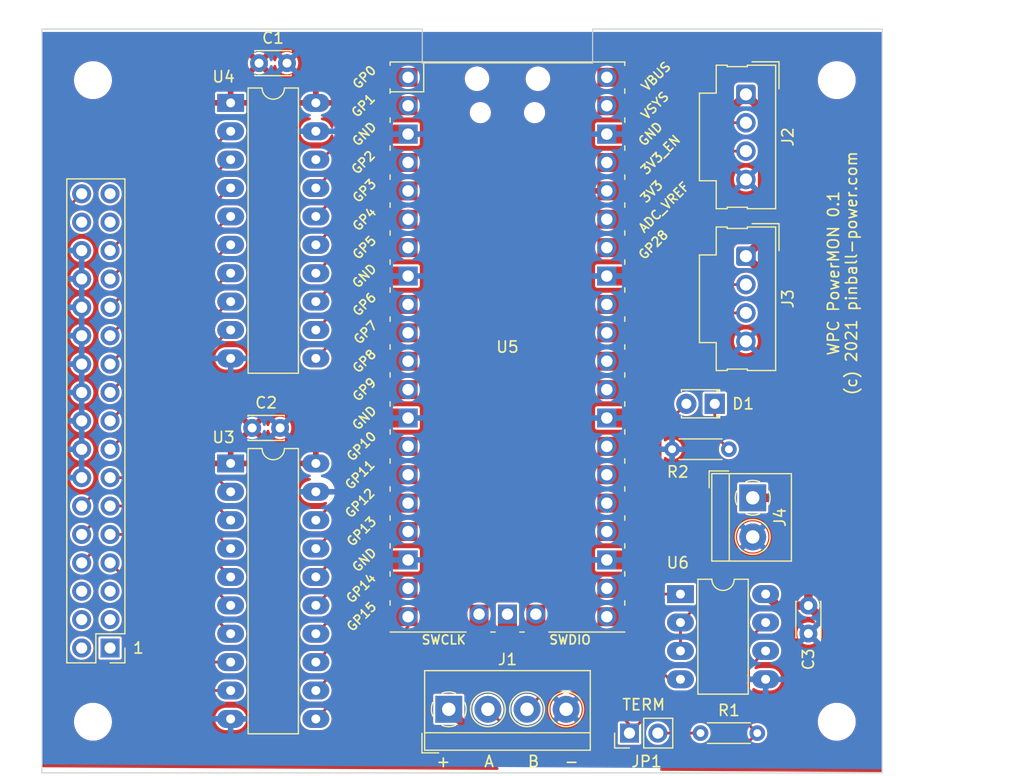
<source format=kicad_pcb>
(kicad_pcb (version 20211014) (generator pcbnew)
  (layers (0 "F.Cu" signal) (31 "B.Cu" signal) (34 "B.Paste" user) (35 "F.Paste" user) (36 "B.SilkS" user "B.Silkscreen") (37 "F.SilkS" user "F.Silkscreen") (38 "B.Mask" user) (39 "F.Mask" user) (44 "Edge.Cuts" user))
  (net 0 "")
  (net 1 "+3V3")
  (net 2 "GND")
  (net 3 "Net-(D1-Pad1)")
  (net 10 "Net-(J1001-Pad10)")
  (net 11 "Net-(J1001-Pad15)")
  (net 12 "Net-(JP1-Pad2)")
  (net 13 "Net-(U5-Pad24)")
  (net 14 "Net-(J1001-Pad7)")
  (net 15 "Net-(J1001-Pad8)")
  (net 16 "Net-(J1001-Pad9)")
  (net 17 "Net-(J1001-Pad11)")
  (net 18 "Net-(J1001-Pad12)")
  (net 19 "Net-(J1001-Pad13)")
  (net 20 "Net-(J1001-Pad34)")
  (net 21 "Net-(J1001-Pad17)")
  (net 22 "Net-(J1001-Pad19)")
  (net 23 "Net-(J1001-Pad21)")
  (net 24 "Net-(J1001-Pad23)")
  (net 25 "Net-(J1001-Pad25)")
  (net 26 "Net-(J1001-Pad27)")
  (net 27 "Net-(J1001-Pad29)")
  (net 31 "/{slash}ZEROCROSS")
  (net 32 "/{slash}LAMP ROW")
  (net 33 "/{slash}LAMP COL")
  (net 34 "/{slash}SOL2")
  (net 35 "/{slash}SOL4")
  (net 36 "/{slash}SOL3")
  (net 37 "/{slash}SOL1")
  (net 38 "/{slash}TRIACS")
  (net 39 "/D7")
  (net 40 "/D6")
  (net 41 "/D5")
  (net 42 "/D4")
  (net 43 "/D3")
  (net 44 "/D2")
  (net 45 "/D1")
  (net 46 "/D0")
  (net 47 "Net-(U5-Pad22)")
  (net 48 "Net-(U5-Pad21)")
  (net 54 "+5V")
  (net 59 "Net-(D1-Pad2)")
  (net 60 "Net-(J2-Pad2)")
  (net 61 "Net-(J2-Pad3)")
  (net 62 "Net-(J3-Pad2)")
  (net 63 "Net-(J3-Pad3)")
  (net 64 "Net-(R1-Pad1)")
  (net 65 "Net-(JP1-Pad1)")
  (footprint "Package_DIP:DIP-8_W7.62mm_LongPads" (layer "F.Cu") (at 137.399 112.024)
    (fp_text reference "U6" (at -0.239 -2.804) (layer "F.SilkS"))
    (fp_text value "MAX485E")
    (pad "1" thru_hole rect locked (at 0 0) (size 2.4 1.6) (drill 0.8) (layers *.Cu *.Mask) (net 47 "Net-(U5-Pad22)"))
    (pad "2" thru_hole oval locked (at 0 2.54) (size 2.4 1.6) (drill 0.8) (layers *.Cu *.Mask) (net 13 "Net-(U5-Pad24)"))
    (pad "3" thru_hole oval locked (at 0 5.08) (size 2.4 1.6) (drill 0.8) (layers *.Cu *.Mask) (net 13 "Net-(U5-Pad24)"))
    (pad "4" thru_hole oval locked (at 0 7.62) (size 2.4 1.6) (drill 0.8) (layers *.Cu *.Mask) (net 48 "Net-(U5-Pad21)"))
    (pad "5" thru_hole oval locked (at 7.62 7.62) (size 2.4 1.6) (drill 0.8) (layers *.Cu *.Mask) (net 2 "GND"))
    (pad "6" thru_hole oval locked (at 7.62 5.08) (size 2.4 1.6) (drill 0.8) (layers *.Cu *.Mask) (net 64 "Net-(R1-Pad1)"))
    (pad "7" thru_hole oval locked (at 7.62 2.54) (size 2.4 1.6) (drill 0.8) (layers *.Cu *.Mask) (net 65 "Net-(JP1-Pad1)"))
    (pad "8" thru_hole oval locked (at 7.62 0) (size 2.4 1.6) (drill 0.8) (layers *.Cu *.Mask) (net 54 "+5V"))
  )
  (footprint "Capacitor_THT:C_Disc_D3.0mm_W2.0mm_P2.50mm" (layer "F.Cu") (at 148.844 113.05 -90)
    (fp_text reference "C3" (at 4.806 0 90) (layer "F.SilkS"))
    (fp_text value "100n")
    (pad "1" thru_hole circle locked (at 0 0 270) (size 1.6 1.6) (drill 0.8) (layers *.Cu *.Mask) (net 54 "+5V"))
    (pad "2" thru_hole circle locked (at 2.5 0 270) (size 1.6 1.6) (drill 0.8) (layers *.Cu *.Mask) (net 2 "GND"))
  )
  (footprint "Connector_PinHeader_2.54mm:PinHeader_1x02_P2.54mm_Vertical" (layer "F.Cu") (at 132.837 124.46 90)
    (fp_text reference "JP1" (at -2.54 1.524) (layer "F.SilkS"))
    (fp_text value "Jumper")
    (pad "1" thru_hole rect locked (at 0 0 90) (size 1.7 1.7) (drill 1) (layers *.Cu *.Mask) (net 65 "Net-(JP1-Pad1)"))
    (pad "2" thru_hole oval locked (at 0 2.54 90) (size 1.7 1.7) (drill 1) (layers *.Cu *.Mask) (net 12 "Net-(JP1-Pad2)"))
  )
  (footprint "Package_DIP:DIP-20_W7.62mm_LongPads" (layer "F.Cu") (at 97.155 100.33)
    (fp_text reference "U3" (at -0.635 -2.33) (layer "F.SilkS"))
    (fp_text value "74HC245")
    (pad "1" thru_hole rect locked (at 0 0) (size 2.4 1.6) (drill 0.8) (layers *.Cu *.Mask) (net 1 "+3V3"))
    (pad "2" thru_hole oval locked (at 0 2.54) (size 2.4 1.6) (drill 0.8) (layers *.Cu *.Mask) (net 19 "Net-(J1001-Pad13)"))
    (pad "3" thru_hole oval locked (at 0 5.08) (size 2.4 1.6) (drill 0.8) (layers *.Cu *.Mask) (net 18 "Net-(J1001-Pad12)"))
    (pad "4" thru_hole oval locked (at 0 7.62) (size 2.4 1.6) (drill 0.8) (layers *.Cu *.Mask) (net 17 "Net-(J1001-Pad11)"))
    (pad "5" thru_hole oval locked (at 0 10.16) (size 2.4 1.6) (drill 0.8) (layers *.Cu *.Mask) (net 10 "Net-(J1001-Pad10)"))
    (pad "6" thru_hole oval locked (at 0 12.7) (size 2.4 1.6) (drill 0.8) (layers *.Cu *.Mask) (net 16 "Net-(J1001-Pad9)"))
    (pad "7" thru_hole oval locked (at 0 15.24) (size 2.4 1.6) (drill 0.8) (layers *.Cu *.Mask) (net 15 "Net-(J1001-Pad8)"))
    (pad "8" thru_hole oval locked (at 0 17.78) (size 2.4 1.6) (drill 0.8) (layers *.Cu *.Mask) (net 14 "Net-(J1001-Pad7)"))
    (pad "9" thru_hole oval locked (at 0 20.32) (size 2.4 1.6) (drill 0.8) (layers *.Cu *.Mask) (net 20 "Net-(J1001-Pad34)"))
    (pad "10" thru_hole oval locked (at 0 22.86) (size 2.4 1.6) (drill 0.8) (layers *.Cu *.Mask) (net 2 "GND"))
    (pad "11" thru_hole oval locked (at 7.62 22.86) (size 2.4 1.6) (drill 0.8) (layers *.Cu *.Mask) (net 31 "/{slash}ZEROCROSS"))
    (pad "12" thru_hole oval locked (at 7.62 20.32) (size 2.4 1.6) (drill 0.8) (layers *.Cu *.Mask) (net 32 "/{slash}LAMP ROW"))
    (pad "13" thru_hole oval locked (at 7.62 17.78) (size 2.4 1.6) (drill 0.8) (layers *.Cu *.Mask) (net 33 "/{slash}LAMP COL"))
    (pad "14" thru_hole oval locked (at 7.62 15.24) (size 2.4 1.6) (drill 0.8) (layers *.Cu *.Mask) (net 34 "/{slash}SOL2"))
    (pad "15" thru_hole oval locked (at 7.62 12.7) (size 2.4 1.6) (drill 0.8) (layers *.Cu *.Mask) (net 35 "/{slash}SOL4"))
    (pad "16" thru_hole oval locked (at 7.62 10.16) (size 2.4 1.6) (drill 0.8) (layers *.Cu *.Mask) (net 36 "/{slash}SOL3"))
    (pad "17" thru_hole oval locked (at 7.62 7.62) (size 2.4 1.6) (drill 0.8) (layers *.Cu *.Mask) (net 37 "/{slash}SOL1"))
    (pad "18" thru_hole oval locked (at 7.62 5.08) (size 2.4 1.6) (drill 0.8) (layers *.Cu *.Mask) (net 38 "/{slash}TRIACS"))
    (pad "19" thru_hole oval locked (at 7.62 2.54) (size 2.4 1.6) (drill 0.8) (layers *.Cu *.Mask) (net 2 "GND"))
    (pad "20" thru_hole oval locked (at 7.62 0) (size 2.4 1.6) (drill 0.8) (layers *.Cu *.Mask) (net 1 "+3V3"))
  )
  (footprint "MountingHole:MountingHole_3mm" (layer "F.Cu") (at 151.384 66.04)
    (fp_text reference "" (at 0 0) (layer "F.SilkS") (effects (font (size 1.27 1.27))))
    (fp_text value "MountingHole_3mm")
    (pad "" np_thru_hole circle locked (at 0 0) (size 2.999999 2.999999) (drill 2.999999) (layers F&B.Cu *.Mask))
  )
  (footprint "Capacitor_THT:C_Disc_D3.0mm_W2.0mm_P2.50mm" (layer "F.Cu") (at 99.695 64.516)
    (fp_text reference "C1" (at 1.25 -2.25) (layer "F.SilkS"))
    (fp_text value "100n")
    (pad "1" thru_hole circle locked (at 0 0) (size 1.6 1.6) (drill 0.8) (layers *.Cu *.Mask) (net 1 "+3V3"))
    (pad "2" thru_hole circle locked (at 2.5 0) (size 1.6 1.6) (drill 0.8) (layers *.Cu *.Mask) (net 2 "GND"))
  )
  (footprint "Package_DIP:DIP-20_W7.62mm_LongPads" (layer "F.Cu") (at 97.155 68.072)
    (fp_text reference "U4" (at -0.635 -2.33) (layer "F.SilkS"))
    (fp_text value "74HC245")
    (pad "1" thru_hole rect locked (at 0 0) (size 2.4 1.6) (drill 0.8) (layers *.Cu *.Mask) (net 1 "+3V3"))
    (pad "2" thru_hole oval locked (at 0 2.54) (size 2.4 1.6) (drill 0.8) (layers *.Cu *.Mask) (net 27 "Net-(J1001-Pad29)"))
    (pad "3" thru_hole oval locked (at 0 5.08) (size 2.4 1.6) (drill 0.8) (layers *.Cu *.Mask) (net 26 "Net-(J1001-Pad27)"))
    (pad "4" thru_hole oval locked (at 0 7.62) (size 2.4 1.6) (drill 0.8) (layers *.Cu *.Mask) (net 25 "Net-(J1001-Pad25)"))
    (pad "5" thru_hole oval locked (at 0 10.16) (size 2.4 1.6) (drill 0.8) (layers *.Cu *.Mask) (net 24 "Net-(J1001-Pad23)"))
    (pad "6" thru_hole oval locked (at 0 12.7) (size 2.4 1.6) (drill 0.8) (layers *.Cu *.Mask) (net 23 "Net-(J1001-Pad21)"))
    (pad "7" thru_hole oval locked (at 0 15.24) (size 2.4 1.6) (drill 0.8) (layers *.Cu *.Mask) (net 22 "Net-(J1001-Pad19)"))
    (pad "8" thru_hole oval locked (at 0 17.78) (size 2.4 1.6) (drill 0.8) (layers *.Cu *.Mask) (net 21 "Net-(J1001-Pad17)"))
    (pad "9" thru_hole oval locked (at 0 20.32) (size 2.4 1.6) (drill 0.8) (layers *.Cu *.Mask) (net 11 "Net-(J1001-Pad15)"))
    (pad "10" thru_hole oval locked (at 0 22.86) (size 2.4 1.6) (drill 0.8) (layers *.Cu *.Mask) (net 2 "GND"))
    (pad "11" thru_hole oval locked (at 7.62 22.86) (size 2.4 1.6) (drill 0.8) (layers *.Cu *.Mask) (net 39 "/D7"))
    (pad "12" thru_hole oval locked (at 7.62 20.32) (size 2.4 1.6) (drill 0.8) (layers *.Cu *.Mask) (net 40 "/D6"))
    (pad "13" thru_hole oval locked (at 7.62 17.78) (size 2.4 1.6) (drill 0.8) (layers *.Cu *.Mask) (net 41 "/D5"))
    (pad "14" thru_hole oval locked (at 7.62 15.24) (size 2.4 1.6) (drill 0.8) (layers *.Cu *.Mask) (net 42 "/D4"))
    (pad "15" thru_hole oval locked (at 7.62 12.7) (size 2.4 1.6) (drill 0.8) (layers *.Cu *.Mask) (net 43 "/D3"))
    (pad "16" thru_hole oval locked (at 7.62 10.16) (size 2.4 1.6) (drill 0.8) (layers *.Cu *.Mask) (net 44 "/D2"))
    (pad "17" thru_hole oval locked (at 7.62 7.62) (size 2.4 1.6) (drill 0.8) (layers *.Cu *.Mask) (net 45 "/D1"))
    (pad "18" thru_hole oval locked (at 7.62 5.08) (size 2.4 1.6) (drill 0.8) (layers *.Cu *.Mask) (net 46 "/D0"))
    (pad "19" thru_hole oval locked (at 7.62 2.54) (size 2.4 1.6) (drill 0.8) (layers *.Cu *.Mask) (net 2 "GND"))
    (pad "20" thru_hole oval locked (at 7.62 0) (size 2.4 1.6) (drill 0.8) (layers *.Cu *.Mask) (net 1 "+3V3"))
  )
  (footprint "Connector_PinHeader_2.54mm:PinHeader_2x17_P2.54mm_Vertical" (layer "F.Cu") (at 86.365 116.845 180)
    (fp_text reference "J1001" hide)
    (fp_text value "Conn_02x17_Odd_Even")
    (pad "1" thru_hole rect locked (at 0 0 180) (size 1.7 1.7) (drill 1) (layers *.Cu *.Mask))
    (pad "2" thru_hole oval locked (at 2.54 0 180) (size 1.7 1.7) (drill 1) (layers *.Cu *.Mask))
    (pad "3" thru_hole oval locked (at 0 2.54 180) (size 1.7 1.7) (drill 1) (layers *.Cu *.Mask))
    (pad "4" thru_hole oval locked (at 2.54 2.54 180) (size 1.7 1.7) (drill 1) (layers *.Cu *.Mask))
    (pad "5" thru_hole oval locked (at 0 5.08 180) (size 1.7 1.7) (drill 1) (layers *.Cu *.Mask))
    (pad "6" thru_hole oval locked (at 2.54 5.08 180) (size 1.7 1.7) (drill 1) (layers *.Cu *.Mask))
    (pad "7" thru_hole oval locked (at 0 7.62 180) (size 1.7 1.7) (drill 1) (layers *.Cu *.Mask) (net 14 "Net-(J1001-Pad7)"))
    (pad "8" thru_hole oval locked (at 2.54 7.62 180) (size 1.7 1.7) (drill 1) (layers *.Cu *.Mask) (net 15 "Net-(J1001-Pad8)"))
    (pad "9" thru_hole oval locked (at 0 10.16 180) (size 1.7 1.7) (drill 1) (layers *.Cu *.Mask) (net 16 "Net-(J1001-Pad9)"))
    (pad "10" thru_hole oval locked (at 2.54 10.16 180) (size 1.7 1.7) (drill 1) (layers *.Cu *.Mask) (net 10 "Net-(J1001-Pad10)"))
    (pad "11" thru_hole oval locked (at 0 12.7 180) (size 1.7 1.7) (drill 1) (layers *.Cu *.Mask) (net 17 "Net-(J1001-Pad11)"))
    (pad "12" thru_hole oval locked (at 2.54 12.7 180) (size 1.7 1.7) (drill 1) (layers *.Cu *.Mask) (net 18 "Net-(J1001-Pad12)"))
    (pad "13" thru_hole oval locked (at 0 15.24 180) (size 1.7 1.7) (drill 1) (layers *.Cu *.Mask) (net 19 "Net-(J1001-Pad13)"))
    (pad "14" thru_hole oval locked (at 2.54 15.24 180) (size 1.7 1.7) (drill 1) (layers *.Cu *.Mask) (net 2 "GND"))
    (pad "15" thru_hole oval locked (at 0 17.78 180) (size 1.7 1.7) (drill 1) (layers *.Cu *.Mask) (net 11 "Net-(J1001-Pad15)"))
    (pad "16" thru_hole oval locked (at 2.54 17.78 180) (size 1.7 1.7) (drill 1) (layers *.Cu *.Mask) (net 2 "GND"))
    (pad "17" thru_hole oval locked (at 0 20.32 180) (size 1.7 1.7) (drill 1) (layers *.Cu *.Mask) (net 21 "Net-(J1001-Pad17)"))
    (pad "18" thru_hole oval locked (at 2.54 20.32 180) (size 1.7 1.7) (drill 1) (layers *.Cu *.Mask) (net 2 "GND"))
    (pad "19" thru_hole oval locked (at 0 22.86 180) (size 1.7 1.7) (drill 1) (layers *.Cu *.Mask) (net 22 "Net-(J1001-Pad19)"))
    (pad "20" thru_hole oval locked (at 2.54 22.86 180) (size 1.7 1.7) (drill 1) (layers *.Cu *.Mask) (net 2 "GND"))
    (pad "21" thru_hole oval locked (at 0 25.4 180) (size 1.7 1.7) (drill 1) (layers *.Cu *.Mask) (net 23 "Net-(J1001-Pad21)"))
    (pad "22" thru_hole oval locked (at 2.54 25.4 180) (size 1.7 1.7) (drill 1) (layers *.Cu *.Mask) (net 2 "GND"))
    (pad "23" thru_hole oval locked (at 0 27.94 180) (size 1.7 1.7) (drill 1) (layers *.Cu *.Mask) (net 24 "Net-(J1001-Pad23)"))
    (pad "24" thru_hole oval locked (at 2.54 27.94 180) (size 1.7 1.7) (drill 1) (layers *.Cu *.Mask) (net 2 "GND"))
    (pad "25" thru_hole oval locked (at 0 30.48 180) (size 1.7 1.7) (drill 1) (layers *.Cu *.Mask) (net 25 "Net-(J1001-Pad25)"))
    (pad "26" thru_hole oval locked (at 2.54 30.48 180) (size 1.7 1.7) (drill 1) (layers *.Cu *.Mask) (net 2 "GND"))
    (pad "27" thru_hole oval locked (at 0 33.02 180) (size 1.7 1.7) (drill 1) (layers *.Cu *.Mask) (net 26 "Net-(J1001-Pad27)"))
    (pad "28" thru_hole oval locked (at 2.54 33.02 180) (size 1.7 1.7) (drill 1) (layers *.Cu *.Mask) (net 2 "GND"))
    (pad "29" thru_hole oval locked (at 0 35.56 180) (size 1.7 1.7) (drill 1) (layers *.Cu *.Mask) (net 27 "Net-(J1001-Pad29)"))
    (pad "30" thru_hole oval locked (at 2.54 35.56 180) (size 1.7 1.7) (drill 1) (layers *.Cu *.Mask) (net 2 "GND"))
    (pad "31" thru_hole oval locked (at 0 38.1 180) (size 1.7 1.7) (drill 1) (layers *.Cu *.Mask))
    (pad "32" thru_hole oval locked (at 2.54 38.1 180) (size 1.7 1.7) (drill 1) (layers *.Cu *.Mask))
    (pad "33" thru_hole oval locked (at 0 40.64 180) (size 1.7 1.7) (drill 1) (layers *.Cu *.Mask))
    (pad "34" thru_hole oval locked (at 2.54 40.64 180) (size 1.7 1.7) (drill 1) (layers *.Cu *.Mask) (net 20 "Net-(J1001-Pad34)"))
  )
  (footprint "Capacitor_THT:C_Disc_D3.0mm_W2.0mm_P2.50mm" (layer "F.Cu") (at 99.08 97.155)
    (fp_text reference "C2" (at 1.25 -2.25) (layer "F.SilkS"))
    (fp_text value "100n")
    (pad "1" thru_hole circle locked (at 0 0) (size 1.6 1.6) (drill 0.8) (layers *.Cu *.Mask) (net 1 "+3V3"))
    (pad "2" thru_hole circle locked (at 2.5 0) (size 1.6 1.6) (drill 0.8) (layers *.Cu *.Mask) (net 2 "GND"))
  )
  (footprint "Resistor_THT:R_Axial_DIN0204_L3.6mm_D1.6mm_P5.08mm_Horizontal" (layer "F.Cu") (at 144.272 124.46 180)
    (fp_text reference "R1" (at 2.54 2.032) (layer "F.SilkS"))
    (fp_text value "R")
    (pad "1" thru_hole circle locked (at 0 0 180) (size 1.4 1.4) (drill 0.7) (layers *.Cu *.Mask) (net 64 "Net-(R1-Pad1)"))
    (pad "2" thru_hole oval locked (at 5.08 0 180) (size 1.4 1.4) (drill 0.7) (layers *.Cu *.Mask) (net 12 "Net-(JP1-Pad2)"))
  )
  (footprint "MountingHole:MountingHole_3mm" (layer "F.Cu") (at 84.836 123.444)
    (fp_text reference "" (at 0 0) (layer "F.SilkS") (effects (font (size 1.27 1.27))))
    (fp_text value "MountingHole_3mm")
    (pad "" np_thru_hole circle locked (at 0 0) (size 3 3) (drill 3) (layers *.Cu *.Mask))
  )
  (footprint "TerminalBlock_4Ucon:TerminalBlock_4Ucon_1x02_P3.50mm_Horizontal" (layer "F.Cu") (at 143.864 103.406 -90)
    (fp_text reference "J4" (at 1.75 -2.44 -270) (layer "F.SilkS"))
    (fp_text value "Screw_Terminal_01x02")
    (pad "1" thru_hole rect locked (at 0 0 270) (size 2.4 2.4) (drill 1.2) (layers *.Cu *.Mask) (net 54 "+5V"))
    (pad "2" thru_hole circle locked (at 3.5 0 270) (size 2.4 2.4) (drill 1.2) (layers *.Cu *.Mask) (net 2 "GND"))
  )
  (footprint "MountingHole:MountingHole_3mm" (layer "F.Cu") (at 151.384 123.444)
    (fp_text reference "" (at 0 0) (layer "F.SilkS") (effects (font (size 1.27 1.27))))
    (fp_text value "MountingHole_3mm")
    (pad "" np_thru_hole circle locked (at 0 0) (size 3 3) (drill 3) (layers *.Cu *.Mask))
  )
  (footprint "LED_THT:LED_D1.8mm_W3.3mm_H2.4mm" (layer "F.Cu") (at 140.467 94.996 180)
    (fp_text reference "D1" (at -2.54 0) (layer "F.SilkS"))
    (fp_text value "LED")
    (pad "1" thru_hole rect locked (at 0 0 180) (size 1.8 1.8) (drill 0.9) (layers *.Cu *.Mask) (net 3 "Net-(D1-Pad1)"))
    (pad "2" thru_hole circle locked (at 2.54 0 180) (size 1.8 1.8) (drill 0.9) (layers *.Cu *.Mask) (net 59 "Net-(D1-Pad2)"))
  )
  (footprint "Connector_Molex:Molex_SL_171971-0004_1x04_P2.54mm_Vertical" (layer "F.Cu") (at 143.256 81.788 -90)
    (fp_text reference "J3" (at 3.81 -3.75 90) (layer "F.SilkS"))
    (fp_text value "LED")
    (pad "1" thru_hole roundrect locked (at 0 0 270) (size 1.74 1.74) (drill 1.09) (layers *.Cu *.Mask) (roundrect_rratio 0.1436781609) (net 54 "+5V"))
    (pad "2" thru_hole circle locked (at 2.54 0 270) (size 1.74 1.74) (drill 1.09) (layers *.Cu *.Mask) (net 62 "Net-(J3-Pad2)"))
    (pad "3" thru_hole circle locked (at 5.08 0 270) (size 1.74 1.74) (drill 1.09) (layers *.Cu *.Mask) (net 63 "Net-(J3-Pad3)"))
    (pad "4" thru_hole circle locked (at 7.62 0 270) (size 1.74 1.74) (drill 1.09) (layers *.Cu *.Mask) (net 2 "GND"))
  )
  (footprint "TerminalBlock_4Ucon:TerminalBlock_4Ucon_1x04_P3.50mm_Horizontal" (layer "F.Cu") (at 116.67 122.328)
    (fp_text reference "J1" (at 5.25 -4.46) (layer "F.SilkS"))
    (fp_text value "Screw_Terminal_01x04")
    (pad "1" thru_hole rect locked (at 0 0) (size 2.4 2.4) (drill 1.2) (layers *.Cu *.Mask) (net 54 "+5V"))
    (pad "2" thru_hole circle locked (at 3.5 0) (size 2.4 2.4) (drill 1.2) (layers *.Cu *.Mask) (net 64 "Net-(R1-Pad1)"))
    (pad "3" thru_hole circle locked (at 7 0) (size 2.4 2.4) (drill 1.2) (layers *.Cu *.Mask) (net 65 "Net-(JP1-Pad1)"))
    (pad "4" thru_hole circle locked (at 10.5 0) (size 2.4 2.4) (drill 1.2) (layers *.Cu *.Mask) (net 2 "GND"))
  )
  (footprint "MountingHole:MountingHole_3mm" (layer "F.Cu") (at 84.836 66.04)
    (fp_text reference "" (at 0 0) (layer "F.SilkS") (effects (font (size 1.27 1.27))))
    (fp_text value "MountingHole_3mm")
    (pad "" np_thru_hole circle locked (at 0 0) (size 3 3) (drill 3) (layers *.Cu *.Mask))
  )
  (footprint "Connector_Molex:Molex_SL_171971-0004_1x04_P2.54mm_Vertical" (layer "F.Cu") (at 143.256 67.31 -90)
    (fp_text reference "J2" (at 3.81 -3.75 90) (layer "F.SilkS"))
    (fp_text value "LED")
    (pad "1" thru_hole roundrect locked (at 0 0 270) (size 1.74 1.74) (drill 1.09) (layers *.Cu *.Mask) (roundrect_rratio 0.1436781609) (net 54 "+5V"))
    (pad "2" thru_hole circle locked (at 2.54 0 270) (size 1.74 1.74) (drill 1.09) (layers *.Cu *.Mask) (net 60 "Net-(J2-Pad2)"))
    (pad "3" thru_hole circle locked (at 5.08 0 270) (size 1.74 1.74) (drill 1.09) (layers *.Cu *.Mask) (net 61 "Net-(J2-Pad3)"))
    (pad "4" thru_hole circle locked (at 7.62 0 270) (size 1.74 1.74) (drill 1.09) (layers *.Cu *.Mask) (net 2 "GND"))
  )
  (footprint "MCU_RaspberryPi_and_Boards:RPi_Pico_SMD_TH" (layer "F.Cu") (at 121.92 89.916)
    (fp_text reference "U5" (at 0 0) (layer "F.SilkS"))
    (fp_text value "Pico")
    (fp_text user "GP1" (at -12.9 -21.6 45) (layer "F.SilkS") (effects (font (size 0.8 0.8))))
    (fp_text user "GP6" (at -12.8 -3.81 45) (layer "F.SilkS") (effects (font (size 0.8 0.8))))
    (fp_text user "3V3_EN" (at 13.7 -17.2 45) (layer "F.SilkS") (effects (font (size 0.8 0.8))))
    (fp_text user "GP14" (at -13.1 21.59 45) (layer "F.SilkS") (effects (font (size 0.8 0.8))))
    (fp_text user "GP7" (at -12.7 -1.3 45) (layer "F.SilkS") (effects (font (size 0.8 0.8))))
    (fp_text user "GND" (at -12.8 -19.05 45) (layer "F.SilkS") (effects (font (size 0.8 0.8))))
    (fp_text user "SWDIO" (at 5.6 26.2) (layer "F.SilkS") (effects (font (size 0.8 0.8))))
    (fp_text user "GP5" (at -12.8 -8.89 45) (layer "F.SilkS") (effects (font (size 0.8 0.8))))
    (fp_text user "GP11" (at -13.2 11.43 45) (layer "F.SilkS") (effects (font (size 0.8 0.8))))
    (fp_text user "GP28" (at 13.054 -9.144 45) (layer "F.SilkS") (effects (font (size 0.8 0.8))))
    (fp_text user "GND" (at -12.8 6.35 45) (layer "F.SilkS") (effects (font (size 0.8 0.8))))
    (fp_text user "3V3" (at 12.9 -13.9 45) (layer "F.SilkS") (effects (font (size 0.8 0.8))))
    (fp_text user "GP10" (at -13.054 8.89 45) (layer "F.SilkS") (effects (font (size 0.8 0.8))))
    (fp_text user "VBUS" (at 13.3 -24.2 45) (layer "F.SilkS") (effects (font (size 0.8 0.8))))
    (fp_text user "ADC_VREF" (at 14 -12.5 45) (layer "F.SilkS") (effects (font (size 0.8 0.8))))
    (fp_text user "GP0" (at -12.8 -24.13 45) (layer "F.SilkS") (effects (font (size 0.8 0.8))))
    (fp_text user "GND" (at -12.8 -6.35 45) (layer "F.SilkS") (effects (font (size 0.8 0.8))))
    (fp_text user "GP2" (at -12.9 -16.51 45) (layer "F.SilkS") (effects (font (size 0.8 0.8))))
    (fp_text user "GP8" (at -12.8 1.27 45) (layer "F.SilkS") (effects (font (size 0.8 0.8))))
    (fp_text user "GP12" (at -13.2 13.97 45) (layer "F.SilkS") (effects (font (size 0.8 0.8))))
    (fp_text user "GP15" (at -13.054 24.13 45) (layer "F.SilkS") (effects (font (size 0.8 0.8))))
    (fp_text user "VSYS" (at 13.2 -21.59 45) (layer "F.SilkS") (effects (font (size 0.8 0.8))))
    (fp_text user "GP3" (at -12.8 -13.97 45) (layer "F.SilkS") (effects (font (size 0.8 0.8))))
    (fp_text user "GP9" (at -12.8 3.81 45) (layer "F.SilkS") (effects (font (size 0.8 0.8))))
    (fp_text user "GP4" (at -12.8 -11.43 45) (layer "F.SilkS") (effects (font (size 0.8 0.8))))
    (fp_text user "SWCLK" (at -5.7 26.2) (layer "F.SilkS") (effects (font (size 0.8 0.8))))
    (fp_text user "GND" (at 12.8 -19.05 45) (layer "F.SilkS") (effects (font (size 0.8 0.8))))
    (fp_text user "GP13" (at -13.054 16.51 45) (layer "F.SilkS") (effects (font (size 0.8 0.8))))
    (fp_text user "GND" (at -12.8 19.05 45) (layer "F.SilkS") (effects (font (size 0.8 0.8))))
    (pad "" np_thru_hole oval locked (at 2.425 -20.97) (size 1.5 1.5) (drill 1.5) (layers *.Cu *.Mask))
    (pad "" np_thru_hole oval locked (at 2.725 -24) (size 1.8 1.8) (drill 1.8) (layers *.Cu *.Mask))
    (pad "" np_thru_hole oval locked (at -2.425 -20.97) (size 1.5 1.5) (drill 1.5) (layers *.Cu *.Mask))
    (pad "" np_thru_hole oval locked (at -2.725 -24) (size 1.8 1.8) (drill 1.8) (layers *.Cu *.Mask))
    (pad "1" smd rect locked (at -8.89 -24.13) (size 3.5 1.7) (drill (offset -0.9 0)) (layers "F.Cu" "F.Mask") (net 46 "/D0"))
    (pad "1" thru_hole oval locked (at -8.89 -24.13) (size 1.7 1.7) (drill 1.02) (layers *.Cu *.Mask) (net 46 "/D0"))
    (pad "2" thru_hole oval locked (at -8.89 -21.59) (size 1.7 1.7) (drill 1.02) (layers *.Cu *.Mask) (net 45 "/D1"))
    (pad "2" smd rect locked (at -8.89 -21.59) (size 3.5 1.7) (drill (offset -0.9 0)) (layers "F.Cu" "F.Mask") (net 45 "/D1"))
    (pad "3" thru_hole rect locked (at -8.89 -19.05) (size 1.7 1.7) (drill 1.02) (layers *.Cu *.Mask) (net 2 "GND"))
    (pad "3" smd rect locked (at -8.89 -19.05) (size 3.5 1.7) (drill (offset -0.9 0)) (layers "F.Cu" "F.Mask") (net 2 "GND"))
    (pad "4" smd rect locked (at -8.89 -16.51) (size 3.5 1.7) (drill (offset -0.9 0)) (layers "F.Cu" "F.Mask") (net 44 "/D2"))
    (pad "4" thru_hole oval locked (at -8.89 -16.51) (size 1.7 1.7) (drill 1.02) (layers *.Cu *.Mask) (net 44 "/D2"))
    (pad "5" smd rect locked (at -8.89 -13.97) (size 3.5 1.7) (drill (offset -0.9 0)) (layers "F.Cu" "F.Mask") (net 43 "/D3"))
    (pad "5" thru_hole oval locked (at -8.89 -13.97) (size 1.7 1.7) (drill 1.02) (layers *.Cu *.Mask) (net 43 "/D3"))
    (pad "6" thru_hole oval locked (at -8.89 -11.43) (size 1.7 1.7) (drill 1.02) (layers *.Cu *.Mask) (net 42 "/D4"))
    (pad "6" smd rect locked (at -8.89 -11.43) (size 3.5 1.7) (drill (offset -0.9 0)) (layers "F.Cu" "F.Mask") (net 42 "/D4"))
    (pad "7" smd rect locked (at -8.89 -8.89) (size 3.5 1.7) (drill (offset -0.9 0)) (layers "F.Cu" "F.Mask") (net 41 "/D5"))
    (pad "7" thru_hole oval locked (at -8.89 -8.89) (size 1.7 1.7) (drill 1.02) (layers *.Cu *.Mask) (net 41 "/D5"))
    (pad "8" smd rect locked (at -8.89 -6.35) (size 3.5 1.7) (drill (offset -0.9 0)) (layers "F.Cu" "F.Mask") (net 2 "GND"))
    (pad "8" thru_hole rect locked (at -8.89 -6.35) (size 1.7 1.7) (drill 1.02) (layers *.Cu *.Mask) (net 2 "GND"))
    (pad "9" thru_hole oval locked (at -8.89 -3.81) (size 1.7 1.7) (drill 1.02) (layers *.Cu *.Mask) (net 40 "/D6"))
    (pad "9" smd rect locked (at -8.89 -3.81) (size 3.5 1.7) (drill (offset -0.9 0)) (layers "F.Cu" "F.Mask") (net 40 "/D6"))
    (pad "10" smd rect locked (at -8.89 -1.27) (size 3.5 1.7) (drill (offset -0.9 0)) (layers "F.Cu" "F.Mask") (net 39 "/D7"))
    (pad "10" thru_hole oval locked (at -8.89 -1.27) (size 1.7 1.7) (drill 1.02) (layers *.Cu *.Mask) (net 39 "/D7"))
    (pad "11" thru_hole oval locked (at -8.89 1.27) (size 1.7 1.7) (drill 1.02) (layers *.Cu *.Mask) (net 38 "/{slash}TRIACS"))
    (pad "11" smd rect locked (at -8.89 1.27) (size 3.5 1.7) (drill (offset -0.9 0)) (layers "F.Cu" "F.Mask") (net 38 "/{slash}TRIACS"))
    (pad "12" smd rect locked (at -8.89 3.81) (size 3.5 1.7) (drill (offset -0.9 0)) (layers "F.Cu" "F.Mask") (net 37 "/{slash}SOL1"))
    (pad "12" thru_hole oval locked (at -8.89 3.81) (size 1.7 1.7) (drill 1.02) (layers *.Cu *.Mask) (net 37 "/{slash}SOL1"))
    (pad "13" smd rect locked (at -8.89 6.35) (size 3.5 1.7) (drill (offset -0.9 0)) (layers "F.Cu" "F.Mask") (net 2 "GND"))
    (pad "13" thru_hole rect locked (at -8.89 6.35) (size 1.7 1.7) (drill 1.02) (layers *.Cu *.Mask) (net 2 "GND"))
    (pad "14" thru_hole oval locked (at -8.89 8.89) (size 1.7 1.7) (drill 1.02) (layers *.Cu *.Mask) (net 36 "/{slash}SOL3"))
    (pad "14" smd rect locked (at -8.89 8.89) (size 3.5 1.7) (drill (offset -0.9 0)) (layers "F.Cu" "F.Mask") (net 36 "/{slash}SOL3"))
    (pad "15" smd rect locked (at -8.89 11.43) (size 3.5 1.7) (drill (offset -0.9 0)) (layers "F.Cu" "F.Mask") (net 35 "/{slash}SOL4"))
    (pad "15" thru_hole oval locked (at -8.89 11.43) (size 1.7 1.7) (drill 1.02) (layers *.Cu *.Mask) (net 35 "/{slash}SOL4"))
    (pad "16" smd rect locked (at -8.89 13.97) (size 3.5 1.7) (drill (offset -0.9 0)) (layers "F.Cu" "F.Mask") (net 34 "/{slash}SOL2"))
    (pad "16" thru_hole oval locked (at -8.89 13.97) (size 1.7 1.7) (drill 1.02) (layers *.Cu *.Mask) (net 34 "/{slash}SOL2"))
    (pad "17" thru_hole oval locked (at -8.89 16.51) (size 1.7 1.7) (drill 1.02) (layers *.Cu *.Mask) (net 33 "/{slash}LAMP COL"))
    (pad "17" smd rect locked (at -8.89 16.51) (size 3.5 1.7) (drill (offset -0.9 0)) (layers "F.Cu" "F.Mask") (net 33 "/{slash}LAMP COL"))
    (pad "18" smd rect locked (at -8.89 19.05) (size 3.5 1.7) (drill (offset -0.9 0)) (layers "F.Cu" "F.Mask") (net 2 "GND"))
    (pad "18" thru_hole rect locked (at -8.89 19.05) (size 1.7 1.7) (drill 1.02) (layers *.Cu *.Mask) (net 2 "GND"))
    (pad "19" smd rect locked (at -8.89 21.59) (size 3.5 1.7) (drill (offset -0.9 0)) (layers "F.Cu" "F.Mask") (net 32 "/{slash}LAMP ROW"))
    (pad "19" thru_hole oval locked (at -8.89 21.59) (size 1.7 1.7) (drill 1.02) (layers *.Cu *.Mask) (net 32 "/{slash}LAMP ROW"))
    (pad "20" smd rect locked (at -8.89 24.13) (size 3.5 1.7) (drill (offset -0.9 0)) (layers "F.Cu" "F.Mask") (net 31 "/{slash}ZEROCROSS"))
    (pad "20" thru_hole oval locked (at -8.89 24.13) (size 1.7 1.7) (drill 1.02) (layers *.Cu *.Mask) (net 31 "/{slash}ZEROCROSS"))
    (pad "21" smd rect locked (at 8.89 24.13) (size 3.5 1.7) (drill (offset 0.9 0)) (layers "F.Cu" "F.Mask") (net 48 "Net-(U5-Pad21)"))
    (pad "21" thru_hole oval locked (at 8.89 24.13) (size 1.7 1.7) (drill 1.02) (layers *.Cu *.Mask) (net 48 "Net-(U5-Pad21)"))
    (pad "22" smd rect locked (at 8.89 21.59) (size 3.5 1.7) (drill (offset 0.9 0)) (layers "F.Cu" "F.Mask") (net 47 "Net-(U5-Pad22)"))
    (pad "22" thru_hole oval locked (at 8.89 21.59) (size 1.7 1.7) (drill 1.02) (layers *.Cu *.Mask) (net 47 "Net-(U5-Pad22)"))
    (pad "23" smd rect locked (at 8.89 19.05) (size 3.5 1.7) (drill (offset 0.9 0)) (layers "F.Cu" "F.Mask") (net 2 "GND"))
    (pad "23" thru_hole rect locked (at 8.89 19.05) (size 1.7 1.7) (drill 1.02) (layers *.Cu *.Mask) (net 2 "GND"))
    (pad "24" thru_hole oval locked (at 8.89 16.51) (size 1.7 1.7) (drill 1.02) (layers *.Cu *.Mask) (net 13 "Net-(U5-Pad24)"))
    (pad "24" smd rect locked (at 8.89 16.51) (size 3.5 1.7) (drill (offset 0.9 0)) (layers "F.Cu" "F.Mask") (net 13 "Net-(U5-Pad24)"))
    (pad "25" thru_hole oval locked (at 8.89 13.97) (size 1.7 1.7) (drill 1.02) (layers *.Cu *.Mask) (net 59 "Net-(D1-Pad2)"))
    (pad "25" smd rect locked (at 8.89 13.97) (size 3.5 1.7) (drill (offset 0.9 0)) (layers "F.Cu" "F.Mask") (net 59 "Net-(D1-Pad2)"))
    (pad "26" thru_hole oval locked (at 8.89 11.43) (size 1.7 1.7) (drill 1.02) (layers *.Cu *.Mask) (net 63 "Net-(J3-Pad3)"))
    (pad "26" smd rect locked (at 8.89 11.43) (size 3.5 1.7) (drill (offset 0.9 0)) (layers "F.Cu" "F.Mask") (net 63 "Net-(J3-Pad3)"))
    (pad "27" smd rect locked (at 8.89 8.89) (size 3.5 1.7) (drill (offset 0.9 0)) (layers "F.Cu" "F.Mask") (net 62 "Net-(J3-Pad2)"))
    (pad "27" thru_hole oval locked (at 8.89 8.89) (size 1.7 1.7) (drill 1.02) (layers *.Cu *.Mask) (net 62 "Net-(J3-Pad2)"))
    (pad "28" thru_hole rect locked (at 8.89 6.35) (size 1.7 1.7) (drill 1.02) (layers *.Cu *.Mask) (net 2 "GND"))
    (pad "28" smd rect locked (at 8.89 6.35) (size 3.5 1.7) (drill (offset 0.9 0)) (layers "F.Cu" "F.Mask") (net 2 "GND"))
    (pad "29" smd rect locked (at 8.89 3.81) (size 3.5 1.7) (drill (offset 0.9 0)) (layers "F.Cu" "F.Mask"))
    (pad "29" thru_hole oval locked (at 8.89 3.81) (size 1.7 1.7) (drill 1.02) (layers *.Cu *.Mask))
    (pad "30" thru_hole oval locked (at 8.89 1.27) (size 1.7 1.7) (drill 1.02) (layers *.Cu *.Mask))
    (pad "30" smd rect locked (at 8.89 1.27) (size 3.5 1.7) (drill (offset 0.9 0)) (layers "F.Cu" "F.Mask"))
    (pad "31" thru_hole oval locked (at 8.89 -1.27) (size 1.7 1.7) (drill 1.02) (layers *.Cu *.Mask))
    (pad "31" smd rect locked (at 8.89 -1.27) (size 3.5 1.7) (drill (offset 0.9 0)) (layers "F.Cu" "F.Mask"))
    (pad "32" thru_hole oval locked (at 8.89 -3.81) (size 1.7 1.7) (drill 1.02) (layers *.Cu *.Mask) (net 61 "Net-(J2-Pad3)"))
    (pad "32" smd rect locked (at 8.89 -3.81) (size 3.5 1.7) (drill (offset 0.9 0)) (layers "F.Cu" "F.Mask") (net 61 "Net-(J2-Pad3)"))
    (pad "33" thru_hole rect locked (at 8.89 -6.35) (size 1.7 1.7) (drill 1.02) (layers *.Cu *.Mask) (net 2 "GND"))
    (pad "33" smd rect locked (at 8.89 -6.35) (size 3.5 1.7) (drill (offset 0.9 0)) (layers "F.Cu" "F.Mask") (net 2 "GND"))
    (pad "34" thru_hole oval locked (at 8.89 -8.89) (size 1.7 1.7) (drill 1.02) (layers *.Cu *.Mask) (net 60 "Net-(J2-Pad2)"))
    (pad "34" smd rect locked (at 8.89 -8.89) (size 3.5 1.7) (drill (offset 0.9 0)) (layers "F.Cu" "F.Mask") (net 60 "Net-(J2-Pad2)"))
    (pad "35" smd rect locked (at 8.89 -11.43) (size 3.5 1.7) (drill (offset 0.9 0)) (layers "F.Cu" "F.Mask"))
    (pad "35" thru_hole oval locked (at 8.89 -11.43) (size 1.7 1.7) (drill 1.02) (layers *.Cu *.Mask))
    (pad "36" smd rect locked (at 8.89 -13.97) (size 3.5 1.7) (drill (offset 0.9 0)) (layers "F.Cu" "F.Mask") (net 1 "+3V3"))
    (pad "36" thru_hole oval locked (at 8.89 -13.97) (size 1.7 1.7) (drill 1.02) (layers *.Cu *.Mask) (net 1 "+3V3"))
    (pad "37" thru_hole oval locked (at 8.89 -16.51) (size 1.7 1.7) (drill 1.02) (layers *.Cu *.Mask))
    (pad "37" smd rect locked (at 8.89 -16.51) (size 3.5 1.7) (drill (offset 0.9 0)) (layers "F.Cu" "F.Mask"))
    (pad "38" smd rect locked (at 8.89 -19.05) (size 3.5 1.7) (drill (offset 0.9 0)) (layers "F.Cu" "F.Mask") (net 2 "GND"))
    (pad "38" thru_hole rect locked (at 8.89 -19.05) (size 1.7 1.7) (drill 1.02) (layers *.Cu *.Mask) (net 2 "GND"))
    (pad "39" thru_hole oval locked (at 8.89 -21.59) (size 1.7 1.7) (drill 1.02) (layers *.Cu *.Mask) (net 54 "+5V"))
    (pad "39" smd rect locked (at 8.89 -21.59) (size 3.5 1.7) (drill (offset 0.9 0)) (layers "F.Cu" "F.Mask") (net 54 "+5V"))
    (pad "40" thru_hole oval locked (at 8.89 -24.13) (size 1.7 1.7) (drill 1.02) (layers *.Cu *.Mask))
    (pad "40" smd rect locked (at 8.89 -24.13) (size 3.5 1.7) (drill (offset 0.9 0)) (layers "F.Cu" "F.Mask"))
    (pad "41" thru_hole oval locked (at -2.54 23.9) (size 1.7 1.7) (drill 1.02) (layers *.Cu *.Mask))
    (pad "41" smd rect locked (at -2.54 23.9 90) (size 3.5 1.7) (drill (offset -0.9 0)) (layers "F.Cu" "F.Mask"))
    (pad "42" smd rect locked (at 0 23.9 90) (size 3.5 1.7) (drill (offset -0.9 0)) (layers "F.Cu" "F.Mask"))
    (pad "42" thru_hole rect locked (at 0 23.9) (size 1.7 1.7) (drill 1.02) (layers *.Cu *.Mask))
    (pad "43" smd rect locked (at 2.54 23.9 90) (size 3.5 1.7) (drill (offset -0.9 0)) (layers "F.Cu" "F.Mask"))
    (pad "43" thru_hole oval locked (at 2.54 23.9) (size 1.7 1.7) (drill 1.02) (layers *.Cu *.Mask))
  )
  (footprint "Resistor_THT:R_Axial_DIN0204_L3.6mm_D1.6mm_P5.08mm_Horizontal" (layer "F.Cu") (at 141.732 99.06 180)
    (fp_text reference "R2" (at 4.572 -2.032) (layer "F.SilkS"))
    (fp_text value "R")
    (pad "1" thru_hole circle locked (at 0 0 180) (size 1.4 1.4) (drill 0.7) (layers *.Cu *.Mask) (net 3 "Net-(D1-Pad1)"))
    (pad "2" thru_hole oval locked (at 5.08 0 180) (size 1.4 1.4) (drill 0.7) (layers *.Cu *.Mask) (net 2 "GND"))
  )
  (gr_line (start 155.448 128.016) (end 155.448 61.468) (layer "Edge.Cuts") (width 0.1))
  (gr_line (start 80.264 128.016) (end 80.264 61.468) (layer "Edge.Cuts") (width 0.1))
  (gr_line (start 114.3 64.516) (end 114.3 61.468) (layer "Edge.Cuts") (width 0.1))
  (gr_line (start 155.448 61.468) (end 129.54 61.468) (layer "Edge.Cuts") (width 0.1))
  (gr_line (start 127.508 64.516) (end 129.54 64.516) (layer "Edge.Cuts") (width 0.1))
  (gr_line (start 129.54 64.516) (end 129.54 61.468) (layer "Edge.Cuts") (width 0.1))
  (gr_line (start 115.316 64.516) (end 114.3 64.516) (layer "Edge.Cuts") (width 0.1))
  (gr_line (start 80.264 128.016) (end 155.448 128.016) (layer "Edge.Cuts") (width 0.1))
  (gr_line (start 115.316 64.516) (end 127.508 64.516) (layer "Edge.Cuts") (width 0.1))
  (gr_line (start 114.3 61.468) (end 80.264 61.468) (layer "Edge.Cuts") (width 0.1))
  (gr_text "1" (at 88.9 116.84) (layer "F.SilkS") (effects (font (size 1 1))))
  (gr_text "WPC PowerMON 0.1\n(c) 2021 pinball-power.com" (at 151.892 83.312 90) (layer "F.SilkS") (effects (font (size 1 1))))
  (gr_text "+    A    B   -" (at 121.92 127) (layer "F.SilkS") (effects (font (size 1 1))))
  (gr_text "TERM" (at 134.112 121.92) (layer "F.SilkS") (effects (font (size 1 1))))
  (segment (start 97.155 68.072) (end 97.155 67.056) (width 0.25) (layer "F.Cu") (net 1))
  (segment (start 103.251 68.072) (end 99.695 64.516) (width 0.25) (layer "F.Cu") (net 1))
  (segment (start 97.155 67.056) (end 99.695 64.516) (width 0.25) (layer "F.Cu") (net 1))
  (segment (start 104.775 68.072) (end 103.251 68.072) (width 0.25) (layer "F.Cu") (net 1))
  (segment (start 140.467 94.996) (end 140.467 97.795) (width 0.25) (layer "F.Cu") (net 3))
  (segment (start 140.467 97.795) (end 141.732 99.06) (width 0.25) (layer "F.Cu") (net 3))
  (segment (start 83.825 106.685) (end 84.999511 105.510489) (width 0.25) (layer "F.Cu") (net 10))
  (segment (start 84.999511 105.510489) (end 92.175489 105.510489) (width 0.25) (layer "F.Cu") (net 10))
  (segment (start 92.175489 105.510489) (end 97.155 110.49) (width 0.25) (layer "F.Cu") (net 10))
  (segment (start 86.365 99.065) (end 96.53 88.9) (width 0.25) (layer "F.Cu") (net 11))
  (segment (start 135.377 124.46) (end 138.684 124.46) (width 0.25) (layer "F.Cu") (net 12))
  (segment (start 138.260022 110.236) (end 138.923511 110.899489) (width 0.25) (layer "F.Cu") (net 13))
  (segment (start 136.144 110.236) (end 138.260022 110.236) (width 0.25) (layer "F.Cu") (net 13))
  (segment (start 138.923511 113.039489) (end 137.399 114.564) (width 0.25) (layer "F.Cu") (net 13))
  (segment (start 137.399 114.564) (end 137.399 117.104) (width 0.25) (layer "F.Cu") (net 13))
  (segment (start 138.923511 110.899489) (end 138.923511 113.039489) (width 0.25) (layer "F.Cu") (net 13))
  (segment (start 132.334 106.426) (end 136.144 110.236) (width 0.25) (layer "F.Cu") (net 13))
  (segment (start 95.25 118.11) (end 97.155 118.11) (width 0.25) (layer "F.Cu") (net 14))
  (segment (start 86.365 109.225) (end 95.25 118.11) (width 0.25) (layer "F.Cu") (net 14))
  (segment (start 83.825 109.225) (end 85.1 107.95) (width 0.25) (layer "F.Cu") (net 15))
  (segment (start 90.805 107.95) (end 94.615 111.76) (width 0.25) (layer "F.Cu") (net 15))
  (segment (start 94.615 113.03) (end 97.155 115.57) (width 0.25) (layer "F.Cu") (net 15))
  (segment (start 85.1 107.95) (end 90.805 107.95) (width 0.25) (layer "F.Cu") (net 15))
  (segment (start 94.615 111.76) (end 94.615 113.03) (width 0.25) (layer "F.Cu") (net 15))
  (segment (start 86.365 106.685) (end 90.81 106.685) (width 0.25) (layer "F.Cu") (net 16))
  (segment (start 90.81 106.685) (end 97.155 113.03) (width 0.25) (layer "F.Cu") (net 16))
  (segment (start 86.365 104.145) (end 93.35 104.145) (width 0.25) (layer "F.Cu") (net 17))
  (segment (start 93.35 104.145) (end 97.155 107.95) (width 0.25) (layer "F.Cu") (net 17))
  (segment (start 93.98 103.505) (end 93.445489 102.970489) (width 0.25) (layer "F.Cu") (net 18))
  (segment (start 95.25 103.505) (end 93.98 103.505) (width 0.25) (layer "F.Cu") (net 18))
  (segment (start 97.155 105.41) (end 95.25 103.505) (width 0.25) (layer "F.Cu") (net 18))
  (segment (start 93.445489 102.970489) (end 84.999511 102.970489) (width 0.25) (layer "F.Cu") (net 18))
  (segment (start 84.999511 102.970489) (end 83.825 104.145) (width 0.25) (layer "F.Cu") (net 18))
  (segment (start 86.365 101.605) (end 95.89 101.605) (width 0.25) (layer "F.Cu") (net 19))
  (segment (start 95.89 101.605) (end 97.155 102.87) (width 0.25) (layer "F.Cu") (net 19))
  (segment (start 85.968066 120.65) (end 81.915 116.596934) (width 0.25) (layer "F.Cu") (net 20))
  (segment (start 81.915 116.596934) (end 81.915 78.115) (width 0.25) (layer "F.Cu") (net 20))
  (segment (start 97.155 120.65) (end 85.968066 120.65) (width 0.25) (layer "F.Cu") (net 20))
  (segment (start 81.915 78.115) (end 83.825 76.205) (width 0.25) (layer "F.Cu") (net 20))
  (segment (start 86.365 96.525) (end 96.53 86.36) (width 0.25) (layer "F.Cu") (net 21))
  (segment (start 86.365 93.985) (end 96.53 83.82) (width 0.25) (layer "F.Cu") (net 22))
  (segment (start 86.365 91.445) (end 96.53 81.28) (width 0.25) (layer "F.Cu") (net 23))
  (segment (start 86.365 88.905) (end 96.53 78.74) (width 0.25) (layer "F.Cu") (net 24))
  (segment (start 86.365 86.365) (end 96.53 76.2) (width 0.25) (layer "F.Cu") (net 25))
  (segment (start 86.365 83.825) (end 96.53 73.66) (width 0.25) (layer "F.Cu") (net 26))
  (segment (start 86.365 81.285) (end 96.53 71.12) (width 0.25) (layer "F.Cu") (net 27))
  (segment (start 113.03 114.935) (end 113.03 114.046) (width 0.25) (layer "F.Cu") (net 31))
  (segment (start 104.775 123.19) (end 113.03 114.935) (width 0.25) (layer "F.Cu") (net 31))
  (segment (start 104.775 120.65) (end 109.728 115.697) (width 0.25) (layer "F.Cu") (net 32))
  (segment (start 109.728 115.697) (end 109.728 111.76) (width 0.25) (layer "F.Cu") (net 32))
  (segment (start 109.982 111.506) (end 113.03 111.506) (width 0.25) (layer "F.Cu") (net 32))
  (segment (start 109.728 111.76) (end 109.982 111.506) (width 0.25) (layer "F.Cu") (net 32))
  (segment (start 109.22 108.712) (end 111.506 106.426) (width 0.25) (layer "F.Cu") (net 33))
  (segment (start 104.775 118.11) (end 109.22 113.665) (width 0.25) (layer "F.Cu") (net 33))
  (segment (start 109.22 113.665) (end 109.22 108.712) (width 0.25) (layer "F.Cu") (net 33))
  (segment (start 108.53656 105.156) (end 109.80656 103.886) (width 0.25) (layer "F.Cu") (net 34))
  (segment (start 109.80656 103.886) (end 113.03 103.886) (width 0.25) (layer "F.Cu") (net 34))
  (segment (start 104.775 115.57) (end 108.53656 111.80844) (width 0.25) (layer "F.Cu") (net 34))
  (segment (start 108.53656 111.80844) (end 108.53656 105.156) (width 0.25) (layer "F.Cu") (net 34))
  (segment (start 108.08704 102.616) (end 109.35704 101.346) (width 0.25) (layer "F.Cu") (net 35))
  (segment (start 108.08704 109.71796) (end 108.08704 102.616) (width 0.25) (layer "F.Cu") (net 35))
  (segment (start 109.35704 101.346) (end 113.03 101.346) (width 0.25) (layer "F.Cu") (net 35))
  (segment (start 104.775 113.03) (end 108.08704 109.71796) (width 0.25) (layer "F.Cu") (net 35))
  (segment (start 107.63752 99.568) (end 108.39952 98.806) (width 0.25) (layer "F.Cu") (net 36))
  (segment (start 104.775 110.49) (end 107.63752 107.62748) (width 0.25) (layer "F.Cu") (net 36))
  (segment (start 107.63752 107.62748) (end 107.63752 99.568) (width 0.25) (layer "F.Cu") (net 36))
  (segment (start 108.39952 98.806) (end 113.03 98.806) (width 0.25) (layer "F.Cu") (net 36))
  (segment (start 107.188 105.537) (end 107.188 97.958978) (width 0.25) (layer "F.Cu") (net 37))
  (segment (start 104.775 107.95) (end 107.188 105.537) (width 0.25) (layer "F.Cu") (net 37))
  (segment (start 107.188 97.958978) (end 111.420978 93.726) (width 0.25) (layer "F.Cu") (net 37))
  (segment (start 106.68 103.505) (end 106.68 95.504) (width 0.25) (layer "F.Cu") (net 38))
  (segment (start 106.68 95.504) (end 110.998 91.186) (width 0.25) (layer "F.Cu") (net 38))
  (segment (start 104.775 105.41) (end 106.68 103.505) (width 0.25) (layer "F.Cu") (net 38))
  (segment (start 107.061 88.646) (end 113.03 88.646) (width 0.25) (layer "F.Cu") (net 39))
  (segment (start 104.775 90.932) (end 107.061 88.646) (width 0.25) (layer "F.Cu") (net 39))
  (segment (start 107.061 86.106) (end 113.03 86.106) (width 0.25) (layer "F.Cu") (net 40))
  (segment (start 104.775 88.392) (end 107.061 86.106) (width 0.25) (layer "F.Cu") (net 40))
  (segment (start 104.775 85.852) (end 109.601 81.026) (width 0.25) (layer "F.Cu") (net 41))
  (segment (start 109.601 81.026) (end 113.03 81.026) (width 0.25) (layer "F.Cu") (net 41))
  (segment (start 104.775 83.312) (end 109.601 78.486) (width 0.25) (layer "F.Cu") (net 42))
  (segment (start 109.601 78.486) (end 113.03 78.486) (width 0.25) (layer "F.Cu") (net 42))
  (segment (start 109.601 75.946) (end 113.03 75.946) (width 0.25) (layer "F.Cu") (net 43))
  (segment (start 104.775 80.772) (end 109.601 75.946) (width 0.25) (layer "F.Cu") (net 43))
  (segment (start 107.188 74.168) (end 107.95 73.406) (width 0.25) (layer "F.Cu") (net 44))
  (segment (start 107.95 73.406) (end 113.03 73.406) (width 0.25) (layer "F.Cu") (net 44))
  (segment (start 107.188 75.819) (end 107.188 74.168) (width 0.25) (layer "F.Cu") (net 44))
  (segment (start 104.775 78.232) (end 107.188 75.819) (width 0.25) (layer "F.Cu") (net 44))
  (segment (start 107.188 73.279) (end 107.188 70.104) (width 0.25) (layer "F.Cu") (net 45))
  (segment (start 108.966 68.326) (end 113.03 68.326) (width 0.25) (layer "F.Cu") (net 45))
  (segment (start 107.188 70.104) (end 108.966 68.326) (width 0.25) (layer "F.Cu") (net 45))
  (segment (start 104.775 75.692) (end 107.188 73.279) (width 0.25) (layer "F.Cu") (net 45))
  (segment (start 110.49 65.786) (end 113.03 65.786) (width 0.25) (layer "F.Cu") (net 46))
  (segment (start 104.775 73.66) (end 106.68 71.755) (width 0.25) (layer "F.Cu") (net 46))
  (segment (start 106.68 71.755) (end 106.68 69.596) (width 0.25) (layer "F.Cu") (net 46))
  (segment (start 106.68 69.596) (end 110.49 65.786) (width 0.25) (layer "F.Cu") (net 46))
  (segment (start 131.328 112.024) (end 137.399 112.024) (width 0.25) (layer "F.Cu") (net 47))
  (segment (start 130.81 114.046) (end 136.408 119.644) (width 0.25) (layer "F.Cu") (net 48))
  (segment (start 145.288 127) (end 142.766244 127) (width 0.762) (layer "F.Cu") (net 54))
  (segment (start 146.812 122.936) (end 146.812 125.476) (width 0.762) (layer "F.Cu") (net 54))
  (segment (start 121.342 127) (end 116.67 122.328) (width 0.762) (layer "F.Cu") (net 54))
  (segment (start 148.844 113.05) (end 150.368 114.574) (width 0.762) (layer "F.Cu") (net 54))
  (segment (start 148.844 113.05) (end 146.045 113.05) (width 0.762) (layer "F.Cu") (net 54))
  (segment (start 142.748 126.981756) (end 142.748 127) (width 0.762) (layer "F.Cu") (net 54))
  (segment (start 148.844 103.124) (end 148.844 113.05) (width 0.762) (layer "F.Cu") (net 54))
  (segment (start 142.766244 127) (end 142.748 126.981756) (width 0.762) (layer "F.Cu") (net 54))
  (segment (start 144.706511 68.760511) (end 144.706511 80.337489) (width 0.762) (layer "F.Cu") (net 54))
  (segment (start 146.045 113.05) (end 145.019 112.024) (width 0.762) (layer "F.Cu") (net 54))
  (segment (start 148.844 87.376) (end 148.844 103.124) (width 0.762) (layer "F.Cu") (net 54))
  (segment (start 143.256 67.31) (end 144.706511 68.760511) (width 0.762) (layer "F.Cu") (net 54))
  (segment (start 146.812 125.476) (end 145.288 127) (width 0.762) (layer "F.Cu") (net 54))
  (segment (start 142.24 68.326) (end 143.256 67.31) (width 0.762) (layer "F.Cu") (net 54))
  (segment (start 142.748 127) (end 121.342 127) (width 0.762) (layer "F.Cu") (net 54))
  (segment (start 148.562 103.406) (end 148.844 103.124) (width 0.762) (layer "F.Cu") (net 54))
  (segment (start 143.256 81.788) (end 148.844 87.376) (width 0.762) (layer "F.Cu") (net 54))
  (segment (start 130.81 68.326) (end 142.24 68.326) (width 0.762) (layer "F.Cu") (net 54))
  (segment (start 143.864 103.406) (end 148.562 103.406) (width 0.762) (layer "F.Cu") (net 54))
  (segment (start 144.706511 80.337489) (end 143.256 81.788) (width 0.762) (layer "F.Cu") (net 54))
  (segment (start 150.368 114.574) (end 150.368 119.38) (width 0.762) (layer "F.Cu") (net 54))
  (segment (start 150.368 119.38) (end 146.812 122.936) (width 0.762) (layer "F.Cu") (net 54))
  (segment (start 135.895 97.028) (end 137.927 94.996) (width 0.25) (layer "F.Cu") (net 59))
  (segment (start 135.57752 100.727502) (end 135.57752 97.08648) (width 0.25) (layer "F.Cu") (net 59))
  (segment (start 135.57752 97.08648) (end 135.636 97.028) (width 0.25) (layer "F.Cu") (net 59))
  (segment (start 132.419022 103.886) (end 135.57752 100.727502) (width 0.25) (layer "F.Cu") (net 59))
  (segment (start 135.636 97.028) (end 135.895 97.028) (width 0.25) (layer "F.Cu") (net 59))
  (segment (start 135.382 69.85) (end 143.256 69.85) (width 0.25) (layer "F.Cu") (net 60))
  (segment (start 132.419022 81.026) (end 134.112 79.333022) (width 0.25) (layer "F.Cu") (net 60))
  (segment (start 134.112 79.333022) (end 134.112 71.12) (width 0.25) (layer "F.Cu") (net 60))
  (segment (start 134.112 71.12) (end 135.382 69.85) (width 0.25) (layer "F.Cu") (net 60))
  (segment (start 134.62 83.905022) (end 134.62 72.644) (width 0.25) (layer "F.Cu") (net 61))
  (segment (start 134.874 72.39) (end 143.256 72.39) (width 0.25) (layer "F.Cu") (net 61))
  (segment (start 134.62 72.644) (end 134.874 72.39) (width 0.25) (layer "F.Cu") (net 61))
  (segment (start 132.419022 86.106) (end 134.62 83.905022) (width 0.25) (layer "F.Cu") (net 61))
  (segment (start 138.684 84.328) (end 143.256 84.328) (width 0.25) (layer "F.Cu") (net 62))
  (segment (start 134.62 96.605022) (end 134.62 88.392) (width 0.25) (layer "F.Cu") (net 62))
  (segment (start 134.62 88.392) (end 138.684 84.328) (width 0.25) (layer "F.Cu") (net 62))
  (segment (start 132.419022 98.806) (end 134.62 96.605022) (width 0.25) (layer "F.Cu") (net 62))
  (segment (start 135.128 98.637022) (end 135.128 89.916) (width 0.25) (layer "F.Cu") (net 63))
  (segment (start 135.128 89.916) (end 138.176 86.868) (width 0.25) (layer "F.Cu") (net 63))
  (segment (start 138.176 86.868) (end 143.256 86.868) (width 0.25) (layer "F.Cu") (net 63))
  (segment (start 132.419022 101.346) (end 135.128 98.637022) (width 0.25) (layer "F.Cu") (net 63))
  (segment (start 143.097489 125.634511) (end 144.272 124.46) (width 0.25) (layer "F.Cu") (net 64))
  (segment (start 143.49448 123.68248) (end 143.49448 118.62852) (width 0.25) (layer "F.Cu") (net 64))
  (segment (start 123.476511 125.634511) (end 143.097489 125.634511) (width 0.25) (layer "F.Cu") (net 64))
  (segment (start 144.272 124.46) (end 143.49448 123.68248) (width 0.25) (layer "F.Cu") (net 64))
  (segment (start 143.49448 118.62852) (end 145.019 117.104) (width 0.25) (layer "F.Cu") (net 64))
  (segment (start 120.17 122.328) (end 123.476511 125.634511) (width 0.25) (layer "F.Cu") (net 64))
  (segment (start 138.81448 120.76852) (end 136.52848 120.76852) (width 0.25) (layer "F.Cu") (net 65))
  (segment (start 136.52848 120.76852) (end 132.837 124.46) (width 0.25) (layer "F.Cu") (net 65))
  (segment (start 132.837 123.693) (end 129.54 120.396) (width 0.25) (layer "F.Cu") (net 65))
  (segment (start 132.837 124.46) (end 132.837 123.693) (width 0.25) (layer "F.Cu") (net 65))
  (segment (start 145.019 114.564) (end 138.81448 120.76852) (width 0.25) (layer "F.Cu") (net 65))
  (segment (start 129.54 120.396) (end 125.602 120.396) (width 0.25) (layer "F.Cu") (net 65))
  (segment (start 125.602 120.396) (end 123.67 122.328) (width 0.25) (layer "F.Cu") (net 65))
  (zone (net 1) (net_name "+3V3") (layer "F.Cu") (connect_pads (clearance 0)) (min_thickness 0.254) (fill yes (thermal_gap 0.508) (thermal_bridge_width 0.508))
    (polygon (pts (xy 167.64 128.016) (xy 78.74 127.508) (xy 78.74 61.976) (xy 167.64 61.976)))
  )
  (zone (net 2) (net_name "GND") (layer "B.Cu") (connect_pads (clearance 0)) (min_thickness 0.254) (fill yes (thermal_gap 0.508) (thermal_bridge_width 0.508))
    (polygon (pts (xy 168.14654 127.763443) (xy 79.24654 127.255443) (xy 79.24654 61.723443) (xy 168.14654 61.723443)))
  )
)
</source>
